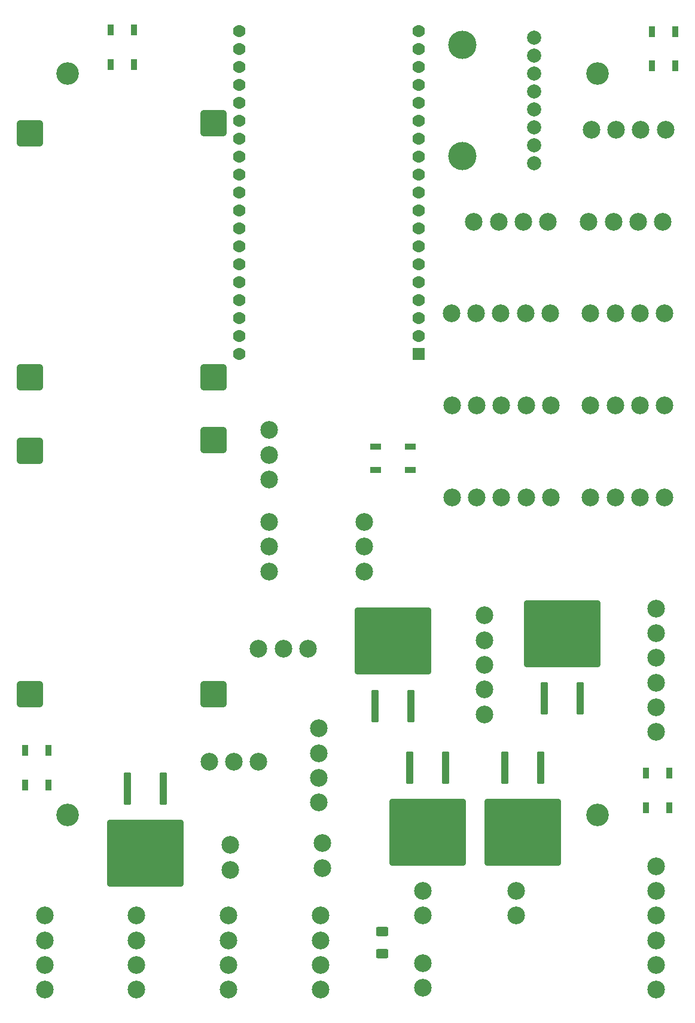
<source format=gbr>
%TF.GenerationSoftware,KiCad,Pcbnew,9.0.6*%
%TF.CreationDate,2025-12-26T14:54:26+01:00*%
%TF.ProjectId,MainBoard,4d61696e-426f-4617-9264-2e6b69636164,rev?*%
%TF.SameCoordinates,Original*%
%TF.FileFunction,Soldermask,Top*%
%TF.FilePolarity,Negative*%
%FSLAX46Y46*%
G04 Gerber Fmt 4.6, Leading zero omitted, Abs format (unit mm)*
G04 Created by KiCad (PCBNEW 9.0.6) date 2025-12-26 14:54:26*
%MOMM*%
%LPD*%
G01*
G04 APERTURE LIST*
G04 Aperture macros list*
%AMRoundRect*
0 Rectangle with rounded corners*
0 $1 Rounding radius*
0 $2 $3 $4 $5 $6 $7 $8 $9 X,Y pos of 4 corners*
0 Add a 4 corners polygon primitive as box body*
4,1,4,$2,$3,$4,$5,$6,$7,$8,$9,$2,$3,0*
0 Add four circle primitives for the rounded corners*
1,1,$1+$1,$2,$3*
1,1,$1+$1,$4,$5*
1,1,$1+$1,$6,$7*
1,1,$1+$1,$8,$9*
0 Add four rect primitives between the rounded corners*
20,1,$1+$1,$2,$3,$4,$5,0*
20,1,$1+$1,$4,$5,$6,$7,0*
20,1,$1+$1,$6,$7,$8,$9,0*
20,1,$1+$1,$8,$9,$2,$3,0*%
G04 Aperture macros list end*
%ADD10RoundRect,0.250000X-0.625000X0.400000X-0.625000X-0.400000X0.625000X-0.400000X0.625000X0.400000X0*%
%ADD11C,2.500000*%
%ADD12C,3.200000*%
%ADD13RoundRect,0.090000X-0.660000X-0.360000X0.660000X-0.360000X0.660000X0.360000X-0.660000X0.360000X0*%
%ADD14RoundRect,0.090000X0.360000X-0.660000X0.360000X0.660000X-0.360000X0.660000X-0.360000X-0.660000X0*%
%ADD15RoundRect,0.250000X0.300000X-2.050000X0.300000X2.050000X-0.300000X2.050000X-0.300000X-2.050000X0*%
%ADD16RoundRect,0.250002X5.149998X-4.449998X5.149998X4.449998X-5.149998X4.449998X-5.149998X-4.449998X0*%
%ADD17RoundRect,0.250000X-0.300000X2.050000X-0.300000X-2.050000X0.300000X-2.050000X0.300000X2.050000X0*%
%ADD18RoundRect,0.250002X-5.149998X4.449998X-5.149998X-4.449998X5.149998X-4.449998X5.149998X4.449998X0*%
%ADD19C,4.000000*%
%ADD20C,2.000000*%
%ADD21RoundRect,0.102000X0.780000X0.780000X-0.780000X0.780000X-0.780000X-0.780000X0.780000X-0.780000X0*%
%ADD22C,1.764000*%
%ADD23RoundRect,0.570000X1.330000X-1.330000X1.330000X1.330000X-1.330000X1.330000X-1.330000X-1.330000X0*%
G04 APERTURE END LIST*
D10*
%TO.C,R18*%
X79500000Y-171500000D03*
X79500000Y-174600000D03*
%TD*%
D11*
%TO.C,J12*%
X62000000Y-131500000D03*
X65500000Y-131500000D03*
X69000000Y-131500000D03*
%TD*%
%TO.C,J16*%
X89300000Y-84000000D03*
X92800000Y-84000000D03*
X96300000Y-84000000D03*
X99800000Y-84000000D03*
X103300000Y-84000000D03*
%TD*%
%TO.C,J11*%
X55000000Y-147500000D03*
X58500000Y-147500000D03*
X62000000Y-147500000D03*
%TD*%
D12*
%TO.C,REF\u002A\u002A*%
X110000000Y-155000000D03*
%TD*%
D13*
%TO.C,D5*%
X78550000Y-102850000D03*
X78550000Y-106150000D03*
X83450000Y-106150000D03*
X83450000Y-102850000D03*
%TD*%
D11*
%TO.C,J2*%
X57750000Y-179762500D03*
X57750000Y-176262500D03*
X57750000Y-172762500D03*
X57750000Y-169262500D03*
%TD*%
D14*
%TO.C,D10*%
X28950000Y-150750000D03*
X32250000Y-150750000D03*
X32250000Y-145850000D03*
X28950000Y-145850000D03*
%TD*%
D11*
%TO.C,J3*%
X118250000Y-162250000D03*
X118250000Y-165750000D03*
X118250000Y-169250000D03*
X118250000Y-172750000D03*
X118250000Y-176250000D03*
X118250000Y-179750000D03*
%TD*%
D15*
%TO.C,Q10*%
X78460000Y-139550000D03*
D16*
X81000000Y-130400000D03*
D15*
X83540000Y-139550000D03*
%TD*%
D12*
%TO.C,REF\u002A\u002A*%
X35000000Y-50000000D03*
%TD*%
D11*
%TO.C,J25*%
X108750000Y-71000000D03*
X112250000Y-71000000D03*
X115750000Y-71000000D03*
X119250000Y-71000000D03*
%TD*%
%TO.C,J22*%
X63500000Y-107500000D03*
X63500000Y-104000000D03*
X63500000Y-100500000D03*
%TD*%
%TO.C,J24*%
X109100000Y-58000000D03*
X112600000Y-58000000D03*
X116100000Y-58000000D03*
X119600000Y-58000000D03*
%TD*%
%TO.C,J10*%
X58000000Y-162750000D03*
X58000000Y-159250000D03*
%TD*%
D14*
%TO.C,D6*%
X117700000Y-48950000D03*
X121000000Y-48950000D03*
X121000000Y-44050000D03*
X117700000Y-44050000D03*
%TD*%
D11*
%TO.C,J17*%
X94000000Y-126750000D03*
X94000000Y-130250000D03*
X94000000Y-133750000D03*
X94000000Y-137250000D03*
X94000000Y-140750000D03*
%TD*%
%TO.C,J23*%
X89375000Y-110000000D03*
X92875000Y-110000000D03*
X96375000Y-110000000D03*
X99875000Y-110000000D03*
X103375000Y-110000000D03*
%TD*%
D15*
%TO.C,Q11*%
X102435000Y-138475000D03*
D16*
X104975000Y-129325000D03*
D15*
X107515000Y-138475000D03*
%TD*%
D11*
%TO.C,J7*%
X44750000Y-179750000D03*
X44750000Y-176250000D03*
X44750000Y-172750000D03*
X44750000Y-169250000D03*
%TD*%
%TO.C,J9*%
X71000000Y-162500000D03*
X71000000Y-159000000D03*
%TD*%
%TO.C,J13*%
X70500000Y-153262500D03*
X70500000Y-149762500D03*
X70500000Y-146262500D03*
X70500000Y-142762500D03*
%TD*%
D17*
%TO.C,Q3*%
X48515000Y-151275000D03*
D18*
X45975000Y-160425000D03*
D17*
X43435000Y-151275000D03*
%TD*%
D11*
%TO.C,J5*%
X98500000Y-169250000D03*
X98500000Y-165750000D03*
%TD*%
D12*
%TO.C,REF\u002A\u002A*%
X110000000Y-50000000D03*
%TD*%
D11*
%TO.C,J15*%
X92500000Y-71000000D03*
X96000000Y-71000000D03*
X99500000Y-71000000D03*
X103000000Y-71000000D03*
%TD*%
D17*
%TO.C,Q2*%
X88515000Y-148275000D03*
D18*
X85975000Y-157425000D03*
D17*
X83435000Y-148275000D03*
%TD*%
D14*
%TO.C,D7*%
X116850000Y-153950000D03*
X120150000Y-153950000D03*
X120150000Y-149050000D03*
X116850000Y-149050000D03*
%TD*%
D11*
%TO.C,J27*%
X109000000Y-97000000D03*
X112500000Y-97000000D03*
X116000000Y-97000000D03*
X119500000Y-97000000D03*
%TD*%
%TO.C,J18*%
X118250000Y-125750000D03*
X118250000Y-129250000D03*
X118250000Y-132750000D03*
X118250000Y-136250000D03*
X118250000Y-139750000D03*
X118250000Y-143250000D03*
%TD*%
%TO.C,J19*%
X89375000Y-97000000D03*
X92875000Y-97000000D03*
X96375000Y-97000000D03*
X99875000Y-97000000D03*
X103375000Y-97000000D03*
%TD*%
%TO.C,J8*%
X31750000Y-179750000D03*
X31750000Y-176250000D03*
X31750000Y-172750000D03*
X31750000Y-169250000D03*
%TD*%
%TO.C,J1*%
X70750000Y-179750000D03*
X70750000Y-176250000D03*
X70750000Y-172750000D03*
X70750000Y-169250000D03*
%TD*%
%TO.C,J28*%
X109000000Y-110000000D03*
X112500000Y-110000000D03*
X116000000Y-110000000D03*
X119500000Y-110000000D03*
%TD*%
D14*
%TO.C,D11*%
X41100000Y-48700000D03*
X44400000Y-48700000D03*
X44400000Y-43800000D03*
X41100000Y-43800000D03*
%TD*%
D19*
%TO.C,J20*%
X90856000Y-61734000D03*
X90856000Y-45986000D03*
D20*
X101016000Y-62750000D03*
X101016000Y-60210000D03*
X101016000Y-57670000D03*
X101016000Y-55130000D03*
X101016000Y-52590000D03*
X101016000Y-50050000D03*
X101016000Y-47510000D03*
X101016000Y-44970000D03*
%TD*%
D21*
%TO.C,U6*%
X84700000Y-89760000D03*
D22*
X84700000Y-87220000D03*
X84700000Y-84680000D03*
X84700000Y-82140000D03*
X84700000Y-79600000D03*
X84700000Y-77060000D03*
X84700000Y-74520000D03*
X84700000Y-71980000D03*
X84700000Y-69440000D03*
X84700000Y-66900000D03*
X84700000Y-64360000D03*
X84700000Y-61820000D03*
X84700000Y-59280000D03*
X84700000Y-56740000D03*
X84700000Y-54200000D03*
X84700000Y-51660000D03*
X84700000Y-49120000D03*
X84700000Y-46580000D03*
X84700000Y-44040000D03*
X59300000Y-89760000D03*
X59300000Y-87220000D03*
X59300000Y-84680000D03*
X59300000Y-82140000D03*
X59300000Y-79600000D03*
X59300000Y-77060000D03*
X59300000Y-74520000D03*
X59300000Y-71980000D03*
X59300000Y-69440000D03*
X59300000Y-66900000D03*
X59300000Y-64360000D03*
X59300000Y-61820000D03*
X59300000Y-59280000D03*
X59300000Y-56740000D03*
X59300000Y-54200000D03*
X59300000Y-51660000D03*
X59300000Y-49120000D03*
X59300000Y-46580000D03*
X59300000Y-44040000D03*
%TD*%
D11*
%TO.C,J6*%
X85250000Y-169250000D03*
X85250000Y-165750000D03*
%TD*%
%TO.C,J14*%
X63500000Y-120500000D03*
X63500000Y-117000000D03*
X63500000Y-113500000D03*
%TD*%
D23*
%TO.C,U4*%
X29650000Y-93000000D03*
X29650000Y-58500000D03*
X55650000Y-93000000D03*
X55650000Y-57000000D03*
%TD*%
%TO.C,U3*%
X29650000Y-137900000D03*
X29650000Y-103400000D03*
X55650000Y-137900000D03*
X55650000Y-101900000D03*
%TD*%
D12*
%TO.C,REF\u002A\u002A*%
X35000000Y-155000000D03*
%TD*%
D11*
%TO.C,J26*%
X109000000Y-84000000D03*
X112500000Y-84000000D03*
X116000000Y-84000000D03*
X119500000Y-84000000D03*
%TD*%
%TO.C,J21*%
X77000000Y-120500000D03*
X77000000Y-117000000D03*
X77000000Y-113500000D03*
%TD*%
%TO.C,J4*%
X85250000Y-179500000D03*
X85250000Y-176000000D03*
%TD*%
D17*
%TO.C,Q1*%
X101915000Y-148275000D03*
D18*
X99375000Y-157425000D03*
D17*
X96835000Y-148275000D03*
%TD*%
M02*

</source>
